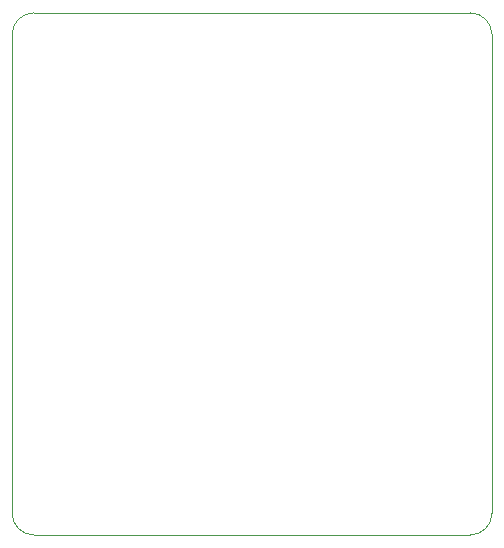
<source format=gbr>
G04 Generated by Ultiboard 13.0 *
%FSLAX24Y24*%
%MOIN*%

%ADD11C,0.0001*%


G04 ColorRGB 00FFFF for the following layer *
%LNBoard Outline*%
%LPD*%
G54D10*
G54D11*
X0Y16479D02*
X0Y521D01*
G75*
D01*
G03X721Y-200I721J0*
G01*
X15279Y-200D01*
G75*
D01*
G03X16000Y521I0J721*
G01*
X16000Y16479D01*
G74*
D01*
G03X15279Y17200I721J0*
G01*
X721Y17200D01*
G75*
D01*
G03X0Y16479I0J-721*
G01*

M02*

</source>
